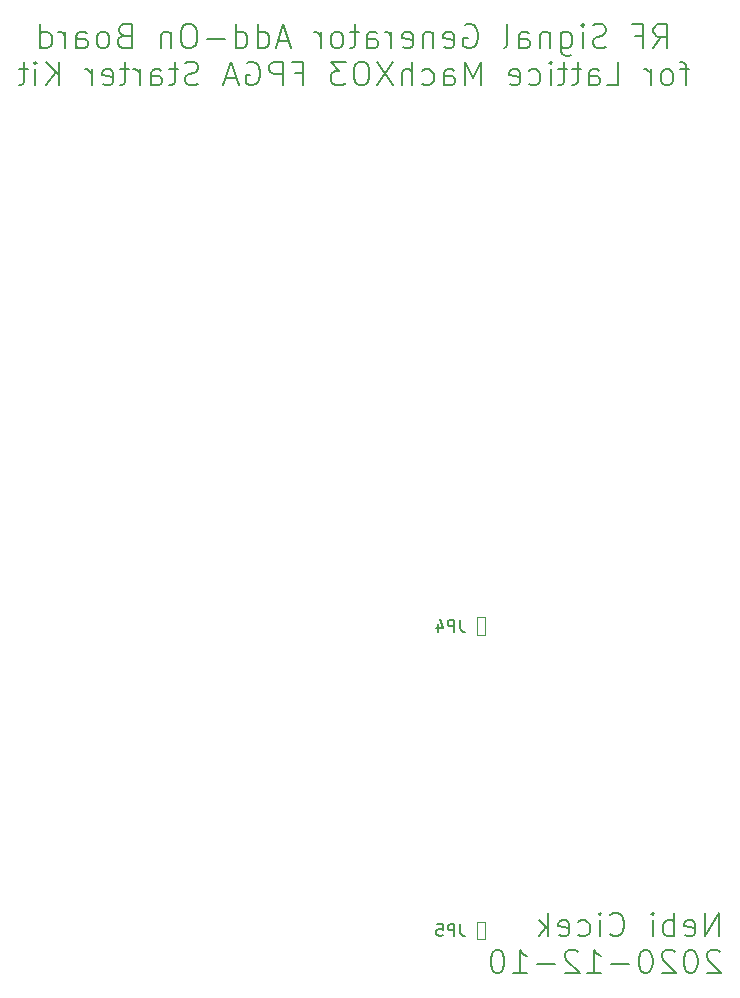
<source format=gbr>
%TF.GenerationSoftware,KiCad,Pcbnew,(5.1.8)-1*%
%TF.CreationDate,2020-12-11T02:40:48-05:00*%
%TF.ProjectId,iq_siggen,69715f73-6967-4676-956e-2e6b69636164,v01*%
%TF.SameCoordinates,Original*%
%TF.FileFunction,Legend,Bot*%
%TF.FilePolarity,Positive*%
%FSLAX46Y46*%
G04 Gerber Fmt 4.6, Leading zero omitted, Abs format (unit mm)*
G04 Created by KiCad (PCBNEW (5.1.8)-1) date 2020-12-11 02:40:48*
%MOMM*%
%LPD*%
G01*
G04 APERTURE LIST*
%ADD10C,0.150000*%
%ADD11C,0.120000*%
G04 APERTURE END LIST*
D10*
X132291309Y-145179761D02*
X132291309Y-143179761D01*
X131148452Y-145179761D01*
X131148452Y-143179761D01*
X129434166Y-145084523D02*
X129624642Y-145179761D01*
X130005595Y-145179761D01*
X130196071Y-145084523D01*
X130291309Y-144894047D01*
X130291309Y-144132142D01*
X130196071Y-143941666D01*
X130005595Y-143846428D01*
X129624642Y-143846428D01*
X129434166Y-143941666D01*
X129338928Y-144132142D01*
X129338928Y-144322619D01*
X130291309Y-144513095D01*
X128481785Y-145179761D02*
X128481785Y-143179761D01*
X128481785Y-143941666D02*
X128291309Y-143846428D01*
X127910357Y-143846428D01*
X127719880Y-143941666D01*
X127624642Y-144036904D01*
X127529404Y-144227380D01*
X127529404Y-144798809D01*
X127624642Y-144989285D01*
X127719880Y-145084523D01*
X127910357Y-145179761D01*
X128291309Y-145179761D01*
X128481785Y-145084523D01*
X126672261Y-145179761D02*
X126672261Y-143846428D01*
X126672261Y-143179761D02*
X126767500Y-143275000D01*
X126672261Y-143370238D01*
X126577023Y-143275000D01*
X126672261Y-143179761D01*
X126672261Y-143370238D01*
X123053214Y-144989285D02*
X123148452Y-145084523D01*
X123434166Y-145179761D01*
X123624642Y-145179761D01*
X123910357Y-145084523D01*
X124100833Y-144894047D01*
X124196071Y-144703571D01*
X124291309Y-144322619D01*
X124291309Y-144036904D01*
X124196071Y-143655952D01*
X124100833Y-143465476D01*
X123910357Y-143275000D01*
X123624642Y-143179761D01*
X123434166Y-143179761D01*
X123148452Y-143275000D01*
X123053214Y-143370238D01*
X122196071Y-145179761D02*
X122196071Y-143846428D01*
X122196071Y-143179761D02*
X122291309Y-143275000D01*
X122196071Y-143370238D01*
X122100833Y-143275000D01*
X122196071Y-143179761D01*
X122196071Y-143370238D01*
X120386547Y-145084523D02*
X120577023Y-145179761D01*
X120957976Y-145179761D01*
X121148452Y-145084523D01*
X121243690Y-144989285D01*
X121338928Y-144798809D01*
X121338928Y-144227380D01*
X121243690Y-144036904D01*
X121148452Y-143941666D01*
X120957976Y-143846428D01*
X120577023Y-143846428D01*
X120386547Y-143941666D01*
X118767500Y-145084523D02*
X118957976Y-145179761D01*
X119338928Y-145179761D01*
X119529404Y-145084523D01*
X119624642Y-144894047D01*
X119624642Y-144132142D01*
X119529404Y-143941666D01*
X119338928Y-143846428D01*
X118957976Y-143846428D01*
X118767500Y-143941666D01*
X118672261Y-144132142D01*
X118672261Y-144322619D01*
X119624642Y-144513095D01*
X117815119Y-145179761D02*
X117815119Y-143179761D01*
X117624642Y-144417857D02*
X117053214Y-145179761D01*
X117053214Y-143846428D02*
X117815119Y-144608333D01*
X132386547Y-146520238D02*
X132291309Y-146425000D01*
X132100833Y-146329761D01*
X131624642Y-146329761D01*
X131434166Y-146425000D01*
X131338928Y-146520238D01*
X131243690Y-146710714D01*
X131243690Y-146901190D01*
X131338928Y-147186904D01*
X132481785Y-148329761D01*
X131243690Y-148329761D01*
X130005595Y-146329761D02*
X129815119Y-146329761D01*
X129624642Y-146425000D01*
X129529404Y-146520238D01*
X129434166Y-146710714D01*
X129338928Y-147091666D01*
X129338928Y-147567857D01*
X129434166Y-147948809D01*
X129529404Y-148139285D01*
X129624642Y-148234523D01*
X129815119Y-148329761D01*
X130005595Y-148329761D01*
X130196071Y-148234523D01*
X130291309Y-148139285D01*
X130386547Y-147948809D01*
X130481785Y-147567857D01*
X130481785Y-147091666D01*
X130386547Y-146710714D01*
X130291309Y-146520238D01*
X130196071Y-146425000D01*
X130005595Y-146329761D01*
X128577023Y-146520238D02*
X128481785Y-146425000D01*
X128291309Y-146329761D01*
X127815119Y-146329761D01*
X127624642Y-146425000D01*
X127529404Y-146520238D01*
X127434166Y-146710714D01*
X127434166Y-146901190D01*
X127529404Y-147186904D01*
X128672261Y-148329761D01*
X127434166Y-148329761D01*
X126196071Y-146329761D02*
X126005595Y-146329761D01*
X125815119Y-146425000D01*
X125719880Y-146520238D01*
X125624642Y-146710714D01*
X125529404Y-147091666D01*
X125529404Y-147567857D01*
X125624642Y-147948809D01*
X125719880Y-148139285D01*
X125815119Y-148234523D01*
X126005595Y-148329761D01*
X126196071Y-148329761D01*
X126386547Y-148234523D01*
X126481785Y-148139285D01*
X126577023Y-147948809D01*
X126672261Y-147567857D01*
X126672261Y-147091666D01*
X126577023Y-146710714D01*
X126481785Y-146520238D01*
X126386547Y-146425000D01*
X126196071Y-146329761D01*
X124672261Y-147567857D02*
X123148452Y-147567857D01*
X121148452Y-148329761D02*
X122291309Y-148329761D01*
X121719880Y-148329761D02*
X121719880Y-146329761D01*
X121910357Y-146615476D01*
X122100833Y-146805952D01*
X122291309Y-146901190D01*
X120386547Y-146520238D02*
X120291309Y-146425000D01*
X120100833Y-146329761D01*
X119624642Y-146329761D01*
X119434166Y-146425000D01*
X119338928Y-146520238D01*
X119243690Y-146710714D01*
X119243690Y-146901190D01*
X119338928Y-147186904D01*
X120481785Y-148329761D01*
X119243690Y-148329761D01*
X118386547Y-147567857D02*
X116862738Y-147567857D01*
X114862738Y-148329761D02*
X116005595Y-148329761D01*
X115434166Y-148329761D02*
X115434166Y-146329761D01*
X115624642Y-146615476D01*
X115815119Y-146805952D01*
X116005595Y-146901190D01*
X113624642Y-146329761D02*
X113434166Y-146329761D01*
X113243690Y-146425000D01*
X113148452Y-146520238D01*
X113053214Y-146710714D01*
X112957976Y-147091666D01*
X112957976Y-147567857D01*
X113053214Y-147948809D01*
X113148452Y-148139285D01*
X113243690Y-148234523D01*
X113434166Y-148329761D01*
X113624642Y-148329761D01*
X113815119Y-148234523D01*
X113910357Y-148139285D01*
X114005595Y-147948809D01*
X114100833Y-147567857D01*
X114100833Y-147091666D01*
X114005595Y-146710714D01*
X113910357Y-146520238D01*
X113815119Y-146425000D01*
X113624642Y-146329761D01*
X126745952Y-69979761D02*
X127412619Y-69027380D01*
X127888809Y-69979761D02*
X127888809Y-67979761D01*
X127126904Y-67979761D01*
X126936428Y-68075000D01*
X126841190Y-68170238D01*
X126745952Y-68360714D01*
X126745952Y-68646428D01*
X126841190Y-68836904D01*
X126936428Y-68932142D01*
X127126904Y-69027380D01*
X127888809Y-69027380D01*
X125222142Y-68932142D02*
X125888809Y-68932142D01*
X125888809Y-69979761D02*
X125888809Y-67979761D01*
X124936428Y-67979761D01*
X122745952Y-69884523D02*
X122460238Y-69979761D01*
X121984047Y-69979761D01*
X121793571Y-69884523D01*
X121698333Y-69789285D01*
X121603095Y-69598809D01*
X121603095Y-69408333D01*
X121698333Y-69217857D01*
X121793571Y-69122619D01*
X121984047Y-69027380D01*
X122365000Y-68932142D01*
X122555476Y-68836904D01*
X122650714Y-68741666D01*
X122745952Y-68551190D01*
X122745952Y-68360714D01*
X122650714Y-68170238D01*
X122555476Y-68075000D01*
X122365000Y-67979761D01*
X121888809Y-67979761D01*
X121603095Y-68075000D01*
X120745952Y-69979761D02*
X120745952Y-68646428D01*
X120745952Y-67979761D02*
X120841190Y-68075000D01*
X120745952Y-68170238D01*
X120650714Y-68075000D01*
X120745952Y-67979761D01*
X120745952Y-68170238D01*
X118936428Y-68646428D02*
X118936428Y-70265476D01*
X119031666Y-70455952D01*
X119126904Y-70551190D01*
X119317380Y-70646428D01*
X119603095Y-70646428D01*
X119793571Y-70551190D01*
X118936428Y-69884523D02*
X119126904Y-69979761D01*
X119507857Y-69979761D01*
X119698333Y-69884523D01*
X119793571Y-69789285D01*
X119888809Y-69598809D01*
X119888809Y-69027380D01*
X119793571Y-68836904D01*
X119698333Y-68741666D01*
X119507857Y-68646428D01*
X119126904Y-68646428D01*
X118936428Y-68741666D01*
X117984047Y-68646428D02*
X117984047Y-69979761D01*
X117984047Y-68836904D02*
X117888809Y-68741666D01*
X117698333Y-68646428D01*
X117412619Y-68646428D01*
X117222142Y-68741666D01*
X117126904Y-68932142D01*
X117126904Y-69979761D01*
X115317380Y-69979761D02*
X115317380Y-68932142D01*
X115412619Y-68741666D01*
X115603095Y-68646428D01*
X115984047Y-68646428D01*
X116174523Y-68741666D01*
X115317380Y-69884523D02*
X115507857Y-69979761D01*
X115984047Y-69979761D01*
X116174523Y-69884523D01*
X116269761Y-69694047D01*
X116269761Y-69503571D01*
X116174523Y-69313095D01*
X115984047Y-69217857D01*
X115507857Y-69217857D01*
X115317380Y-69122619D01*
X114079285Y-69979761D02*
X114269761Y-69884523D01*
X114365000Y-69694047D01*
X114365000Y-67979761D01*
X110745952Y-68075000D02*
X110936428Y-67979761D01*
X111222142Y-67979761D01*
X111507857Y-68075000D01*
X111698333Y-68265476D01*
X111793571Y-68455952D01*
X111888809Y-68836904D01*
X111888809Y-69122619D01*
X111793571Y-69503571D01*
X111698333Y-69694047D01*
X111507857Y-69884523D01*
X111222142Y-69979761D01*
X111031666Y-69979761D01*
X110745952Y-69884523D01*
X110650714Y-69789285D01*
X110650714Y-69122619D01*
X111031666Y-69122619D01*
X109031666Y-69884523D02*
X109222142Y-69979761D01*
X109603095Y-69979761D01*
X109793571Y-69884523D01*
X109888809Y-69694047D01*
X109888809Y-68932142D01*
X109793571Y-68741666D01*
X109603095Y-68646428D01*
X109222142Y-68646428D01*
X109031666Y-68741666D01*
X108936428Y-68932142D01*
X108936428Y-69122619D01*
X109888809Y-69313095D01*
X108079285Y-68646428D02*
X108079285Y-69979761D01*
X108079285Y-68836904D02*
X107984047Y-68741666D01*
X107793571Y-68646428D01*
X107507857Y-68646428D01*
X107317380Y-68741666D01*
X107222142Y-68932142D01*
X107222142Y-69979761D01*
X105507857Y-69884523D02*
X105698333Y-69979761D01*
X106079285Y-69979761D01*
X106269761Y-69884523D01*
X106365000Y-69694047D01*
X106365000Y-68932142D01*
X106269761Y-68741666D01*
X106079285Y-68646428D01*
X105698333Y-68646428D01*
X105507857Y-68741666D01*
X105412619Y-68932142D01*
X105412619Y-69122619D01*
X106365000Y-69313095D01*
X104555476Y-69979761D02*
X104555476Y-68646428D01*
X104555476Y-69027380D02*
X104460238Y-68836904D01*
X104365000Y-68741666D01*
X104174523Y-68646428D01*
X103984047Y-68646428D01*
X102460238Y-69979761D02*
X102460238Y-68932142D01*
X102555476Y-68741666D01*
X102745952Y-68646428D01*
X103126904Y-68646428D01*
X103317380Y-68741666D01*
X102460238Y-69884523D02*
X102650714Y-69979761D01*
X103126904Y-69979761D01*
X103317380Y-69884523D01*
X103412619Y-69694047D01*
X103412619Y-69503571D01*
X103317380Y-69313095D01*
X103126904Y-69217857D01*
X102650714Y-69217857D01*
X102460238Y-69122619D01*
X101793571Y-68646428D02*
X101031666Y-68646428D01*
X101507857Y-67979761D02*
X101507857Y-69694047D01*
X101412619Y-69884523D01*
X101222142Y-69979761D01*
X101031666Y-69979761D01*
X100079285Y-69979761D02*
X100269761Y-69884523D01*
X100365000Y-69789285D01*
X100460238Y-69598809D01*
X100460238Y-69027380D01*
X100365000Y-68836904D01*
X100269761Y-68741666D01*
X100079285Y-68646428D01*
X99793571Y-68646428D01*
X99603095Y-68741666D01*
X99507857Y-68836904D01*
X99412619Y-69027380D01*
X99412619Y-69598809D01*
X99507857Y-69789285D01*
X99603095Y-69884523D01*
X99793571Y-69979761D01*
X100079285Y-69979761D01*
X98555476Y-69979761D02*
X98555476Y-68646428D01*
X98555476Y-69027380D02*
X98460238Y-68836904D01*
X98365000Y-68741666D01*
X98174523Y-68646428D01*
X97984047Y-68646428D01*
X95888809Y-69408333D02*
X94936428Y-69408333D01*
X96079285Y-69979761D02*
X95412619Y-67979761D01*
X94745952Y-69979761D01*
X93222142Y-69979761D02*
X93222142Y-67979761D01*
X93222142Y-69884523D02*
X93412619Y-69979761D01*
X93793571Y-69979761D01*
X93984047Y-69884523D01*
X94079285Y-69789285D01*
X94174523Y-69598809D01*
X94174523Y-69027380D01*
X94079285Y-68836904D01*
X93984047Y-68741666D01*
X93793571Y-68646428D01*
X93412619Y-68646428D01*
X93222142Y-68741666D01*
X91412619Y-69979761D02*
X91412619Y-67979761D01*
X91412619Y-69884523D02*
X91603095Y-69979761D01*
X91984047Y-69979761D01*
X92174523Y-69884523D01*
X92269761Y-69789285D01*
X92365000Y-69598809D01*
X92365000Y-69027380D01*
X92269761Y-68836904D01*
X92174523Y-68741666D01*
X91984047Y-68646428D01*
X91603095Y-68646428D01*
X91412619Y-68741666D01*
X90460238Y-69217857D02*
X88936428Y-69217857D01*
X87603095Y-67979761D02*
X87222142Y-67979761D01*
X87031666Y-68075000D01*
X86841190Y-68265476D01*
X86745952Y-68646428D01*
X86745952Y-69313095D01*
X86841190Y-69694047D01*
X87031666Y-69884523D01*
X87222142Y-69979761D01*
X87603095Y-69979761D01*
X87793571Y-69884523D01*
X87984047Y-69694047D01*
X88079285Y-69313095D01*
X88079285Y-68646428D01*
X87984047Y-68265476D01*
X87793571Y-68075000D01*
X87603095Y-67979761D01*
X85888809Y-68646428D02*
X85888809Y-69979761D01*
X85888809Y-68836904D02*
X85793571Y-68741666D01*
X85603095Y-68646428D01*
X85317380Y-68646428D01*
X85126904Y-68741666D01*
X85031666Y-68932142D01*
X85031666Y-69979761D01*
X81888809Y-68932142D02*
X81603095Y-69027380D01*
X81507857Y-69122619D01*
X81412619Y-69313095D01*
X81412619Y-69598809D01*
X81507857Y-69789285D01*
X81603095Y-69884523D01*
X81793571Y-69979761D01*
X82555476Y-69979761D01*
X82555476Y-67979761D01*
X81888809Y-67979761D01*
X81698333Y-68075000D01*
X81603095Y-68170238D01*
X81507857Y-68360714D01*
X81507857Y-68551190D01*
X81603095Y-68741666D01*
X81698333Y-68836904D01*
X81888809Y-68932142D01*
X82555476Y-68932142D01*
X80269761Y-69979761D02*
X80460238Y-69884523D01*
X80555476Y-69789285D01*
X80650714Y-69598809D01*
X80650714Y-69027380D01*
X80555476Y-68836904D01*
X80460238Y-68741666D01*
X80269761Y-68646428D01*
X79984047Y-68646428D01*
X79793571Y-68741666D01*
X79698333Y-68836904D01*
X79603095Y-69027380D01*
X79603095Y-69598809D01*
X79698333Y-69789285D01*
X79793571Y-69884523D01*
X79984047Y-69979761D01*
X80269761Y-69979761D01*
X77888809Y-69979761D02*
X77888809Y-68932142D01*
X77984047Y-68741666D01*
X78174523Y-68646428D01*
X78555476Y-68646428D01*
X78745952Y-68741666D01*
X77888809Y-69884523D02*
X78079285Y-69979761D01*
X78555476Y-69979761D01*
X78745952Y-69884523D01*
X78841190Y-69694047D01*
X78841190Y-69503571D01*
X78745952Y-69313095D01*
X78555476Y-69217857D01*
X78079285Y-69217857D01*
X77888809Y-69122619D01*
X76936428Y-69979761D02*
X76936428Y-68646428D01*
X76936428Y-69027380D02*
X76841190Y-68836904D01*
X76745952Y-68741666D01*
X76555476Y-68646428D01*
X76365000Y-68646428D01*
X74841190Y-69979761D02*
X74841190Y-67979761D01*
X74841190Y-69884523D02*
X75031666Y-69979761D01*
X75412619Y-69979761D01*
X75603095Y-69884523D01*
X75698333Y-69789285D01*
X75793571Y-69598809D01*
X75793571Y-69027380D01*
X75698333Y-68836904D01*
X75603095Y-68741666D01*
X75412619Y-68646428D01*
X75031666Y-68646428D01*
X74841190Y-68741666D01*
X129745952Y-71796428D02*
X128984047Y-71796428D01*
X129460238Y-73129761D02*
X129460238Y-71415476D01*
X129365000Y-71225000D01*
X129174523Y-71129761D01*
X128984047Y-71129761D01*
X128031666Y-73129761D02*
X128222142Y-73034523D01*
X128317380Y-72939285D01*
X128412619Y-72748809D01*
X128412619Y-72177380D01*
X128317380Y-71986904D01*
X128222142Y-71891666D01*
X128031666Y-71796428D01*
X127745952Y-71796428D01*
X127555476Y-71891666D01*
X127460238Y-71986904D01*
X127365000Y-72177380D01*
X127365000Y-72748809D01*
X127460238Y-72939285D01*
X127555476Y-73034523D01*
X127745952Y-73129761D01*
X128031666Y-73129761D01*
X126507857Y-73129761D02*
X126507857Y-71796428D01*
X126507857Y-72177380D02*
X126412619Y-71986904D01*
X126317380Y-71891666D01*
X126126904Y-71796428D01*
X125936428Y-71796428D01*
X122793571Y-73129761D02*
X123745952Y-73129761D01*
X123745952Y-71129761D01*
X121269761Y-73129761D02*
X121269761Y-72082142D01*
X121365000Y-71891666D01*
X121555476Y-71796428D01*
X121936428Y-71796428D01*
X122126904Y-71891666D01*
X121269761Y-73034523D02*
X121460238Y-73129761D01*
X121936428Y-73129761D01*
X122126904Y-73034523D01*
X122222142Y-72844047D01*
X122222142Y-72653571D01*
X122126904Y-72463095D01*
X121936428Y-72367857D01*
X121460238Y-72367857D01*
X121269761Y-72272619D01*
X120603095Y-71796428D02*
X119841190Y-71796428D01*
X120317380Y-71129761D02*
X120317380Y-72844047D01*
X120222142Y-73034523D01*
X120031666Y-73129761D01*
X119841190Y-73129761D01*
X119460238Y-71796428D02*
X118698333Y-71796428D01*
X119174523Y-71129761D02*
X119174523Y-72844047D01*
X119079285Y-73034523D01*
X118888809Y-73129761D01*
X118698333Y-73129761D01*
X118031666Y-73129761D02*
X118031666Y-71796428D01*
X118031666Y-71129761D02*
X118126904Y-71225000D01*
X118031666Y-71320238D01*
X117936428Y-71225000D01*
X118031666Y-71129761D01*
X118031666Y-71320238D01*
X116222142Y-73034523D02*
X116412619Y-73129761D01*
X116793571Y-73129761D01*
X116984047Y-73034523D01*
X117079285Y-72939285D01*
X117174523Y-72748809D01*
X117174523Y-72177380D01*
X117079285Y-71986904D01*
X116984047Y-71891666D01*
X116793571Y-71796428D01*
X116412619Y-71796428D01*
X116222142Y-71891666D01*
X114603095Y-73034523D02*
X114793571Y-73129761D01*
X115174523Y-73129761D01*
X115365000Y-73034523D01*
X115460238Y-72844047D01*
X115460238Y-72082142D01*
X115365000Y-71891666D01*
X115174523Y-71796428D01*
X114793571Y-71796428D01*
X114603095Y-71891666D01*
X114507857Y-72082142D01*
X114507857Y-72272619D01*
X115460238Y-72463095D01*
X112126904Y-73129761D02*
X112126904Y-71129761D01*
X111460238Y-72558333D01*
X110793571Y-71129761D01*
X110793571Y-73129761D01*
X108984047Y-73129761D02*
X108984047Y-72082142D01*
X109079285Y-71891666D01*
X109269761Y-71796428D01*
X109650714Y-71796428D01*
X109841190Y-71891666D01*
X108984047Y-73034523D02*
X109174523Y-73129761D01*
X109650714Y-73129761D01*
X109841190Y-73034523D01*
X109936428Y-72844047D01*
X109936428Y-72653571D01*
X109841190Y-72463095D01*
X109650714Y-72367857D01*
X109174523Y-72367857D01*
X108984047Y-72272619D01*
X107174523Y-73034523D02*
X107365000Y-73129761D01*
X107745952Y-73129761D01*
X107936428Y-73034523D01*
X108031666Y-72939285D01*
X108126904Y-72748809D01*
X108126904Y-72177380D01*
X108031666Y-71986904D01*
X107936428Y-71891666D01*
X107745952Y-71796428D01*
X107365000Y-71796428D01*
X107174523Y-71891666D01*
X106317380Y-73129761D02*
X106317380Y-71129761D01*
X105460238Y-73129761D02*
X105460238Y-72082142D01*
X105555476Y-71891666D01*
X105745952Y-71796428D01*
X106031666Y-71796428D01*
X106222142Y-71891666D01*
X106317380Y-71986904D01*
X104698333Y-71129761D02*
X103365000Y-73129761D01*
X103365000Y-71129761D02*
X104698333Y-73129761D01*
X102222142Y-71129761D02*
X101841190Y-71129761D01*
X101650714Y-71225000D01*
X101460238Y-71415476D01*
X101365000Y-71796428D01*
X101365000Y-72463095D01*
X101460238Y-72844047D01*
X101650714Y-73034523D01*
X101841190Y-73129761D01*
X102222142Y-73129761D01*
X102412619Y-73034523D01*
X102603095Y-72844047D01*
X102698333Y-72463095D01*
X102698333Y-71796428D01*
X102603095Y-71415476D01*
X102412619Y-71225000D01*
X102222142Y-71129761D01*
X100698333Y-71129761D02*
X99460238Y-71129761D01*
X100126904Y-71891666D01*
X99841190Y-71891666D01*
X99650714Y-71986904D01*
X99555476Y-72082142D01*
X99460238Y-72272619D01*
X99460238Y-72748809D01*
X99555476Y-72939285D01*
X99650714Y-73034523D01*
X99841190Y-73129761D01*
X100412619Y-73129761D01*
X100603095Y-73034523D01*
X100698333Y-72939285D01*
X96412619Y-72082142D02*
X97079285Y-72082142D01*
X97079285Y-73129761D02*
X97079285Y-71129761D01*
X96126904Y-71129761D01*
X95365000Y-73129761D02*
X95365000Y-71129761D01*
X94603095Y-71129761D01*
X94412619Y-71225000D01*
X94317380Y-71320238D01*
X94222142Y-71510714D01*
X94222142Y-71796428D01*
X94317380Y-71986904D01*
X94412619Y-72082142D01*
X94603095Y-72177380D01*
X95365000Y-72177380D01*
X92317380Y-71225000D02*
X92507857Y-71129761D01*
X92793571Y-71129761D01*
X93079285Y-71225000D01*
X93269761Y-71415476D01*
X93365000Y-71605952D01*
X93460238Y-71986904D01*
X93460238Y-72272619D01*
X93365000Y-72653571D01*
X93269761Y-72844047D01*
X93079285Y-73034523D01*
X92793571Y-73129761D01*
X92603095Y-73129761D01*
X92317380Y-73034523D01*
X92222142Y-72939285D01*
X92222142Y-72272619D01*
X92603095Y-72272619D01*
X91460238Y-72558333D02*
X90507857Y-72558333D01*
X91650714Y-73129761D02*
X90984047Y-71129761D01*
X90317380Y-73129761D01*
X88222142Y-73034523D02*
X87936428Y-73129761D01*
X87460238Y-73129761D01*
X87269761Y-73034523D01*
X87174523Y-72939285D01*
X87079285Y-72748809D01*
X87079285Y-72558333D01*
X87174523Y-72367857D01*
X87269761Y-72272619D01*
X87460238Y-72177380D01*
X87841190Y-72082142D01*
X88031666Y-71986904D01*
X88126904Y-71891666D01*
X88222142Y-71701190D01*
X88222142Y-71510714D01*
X88126904Y-71320238D01*
X88031666Y-71225000D01*
X87841190Y-71129761D01*
X87365000Y-71129761D01*
X87079285Y-71225000D01*
X86507857Y-71796428D02*
X85745952Y-71796428D01*
X86222142Y-71129761D02*
X86222142Y-72844047D01*
X86126904Y-73034523D01*
X85936428Y-73129761D01*
X85745952Y-73129761D01*
X84222142Y-73129761D02*
X84222142Y-72082142D01*
X84317380Y-71891666D01*
X84507857Y-71796428D01*
X84888809Y-71796428D01*
X85079285Y-71891666D01*
X84222142Y-73034523D02*
X84412619Y-73129761D01*
X84888809Y-73129761D01*
X85079285Y-73034523D01*
X85174523Y-72844047D01*
X85174523Y-72653571D01*
X85079285Y-72463095D01*
X84888809Y-72367857D01*
X84412619Y-72367857D01*
X84222142Y-72272619D01*
X83269761Y-73129761D02*
X83269761Y-71796428D01*
X83269761Y-72177380D02*
X83174523Y-71986904D01*
X83079285Y-71891666D01*
X82888809Y-71796428D01*
X82698333Y-71796428D01*
X82317380Y-71796428D02*
X81555476Y-71796428D01*
X82031666Y-71129761D02*
X82031666Y-72844047D01*
X81936428Y-73034523D01*
X81745952Y-73129761D01*
X81555476Y-73129761D01*
X80126904Y-73034523D02*
X80317380Y-73129761D01*
X80698333Y-73129761D01*
X80888809Y-73034523D01*
X80984047Y-72844047D01*
X80984047Y-72082142D01*
X80888809Y-71891666D01*
X80698333Y-71796428D01*
X80317380Y-71796428D01*
X80126904Y-71891666D01*
X80031666Y-72082142D01*
X80031666Y-72272619D01*
X80984047Y-72463095D01*
X79174523Y-73129761D02*
X79174523Y-71796428D01*
X79174523Y-72177380D02*
X79079285Y-71986904D01*
X78984047Y-71891666D01*
X78793571Y-71796428D01*
X78603095Y-71796428D01*
X76412619Y-73129761D02*
X76412619Y-71129761D01*
X75269761Y-73129761D02*
X76126904Y-71986904D01*
X75269761Y-71129761D02*
X76412619Y-72272619D01*
X74412619Y-73129761D02*
X74412619Y-71796428D01*
X74412619Y-71129761D02*
X74507857Y-71225000D01*
X74412619Y-71320238D01*
X74317380Y-71225000D01*
X74412619Y-71129761D01*
X74412619Y-71320238D01*
X73745952Y-71796428D02*
X72984047Y-71796428D01*
X73460238Y-71129761D02*
X73460238Y-72844047D01*
X73365000Y-73034523D01*
X73174523Y-73129761D01*
X72984047Y-73129761D01*
D11*
%TO.C,JP5*%
X112455600Y-143943800D02*
X111800000Y-143943800D01*
X111800000Y-143943800D02*
X111800000Y-145417000D01*
X111800000Y-145417000D02*
X112455600Y-145417000D01*
X112455600Y-145417000D02*
X112455600Y-143943800D01*
%TO.C,JP4*%
X112455600Y-118193800D02*
X111800000Y-118193800D01*
X111800000Y-118193800D02*
X111800000Y-119667000D01*
X111800000Y-119667000D02*
X112455600Y-119667000D01*
X112455600Y-119667000D02*
X112455600Y-118193800D01*
%TO.C,JP5*%
D10*
X110367933Y-144158180D02*
X110367933Y-144872466D01*
X110415552Y-145015323D01*
X110510790Y-145110561D01*
X110653647Y-145158180D01*
X110748885Y-145158180D01*
X109891742Y-145158180D02*
X109891742Y-144158180D01*
X109510790Y-144158180D01*
X109415552Y-144205800D01*
X109367933Y-144253419D01*
X109320314Y-144348657D01*
X109320314Y-144491514D01*
X109367933Y-144586752D01*
X109415552Y-144634371D01*
X109510790Y-144681990D01*
X109891742Y-144681990D01*
X108415552Y-144158180D02*
X108891742Y-144158180D01*
X108939361Y-144634371D01*
X108891742Y-144586752D01*
X108796504Y-144539133D01*
X108558409Y-144539133D01*
X108463171Y-144586752D01*
X108415552Y-144634371D01*
X108367933Y-144729609D01*
X108367933Y-144967704D01*
X108415552Y-145062942D01*
X108463171Y-145110561D01*
X108558409Y-145158180D01*
X108796504Y-145158180D01*
X108891742Y-145110561D01*
X108939361Y-145062942D01*
%TO.C,JP4*%
X110367933Y-118408180D02*
X110367933Y-119122466D01*
X110415552Y-119265323D01*
X110510790Y-119360561D01*
X110653647Y-119408180D01*
X110748885Y-119408180D01*
X109891742Y-119408180D02*
X109891742Y-118408180D01*
X109510790Y-118408180D01*
X109415552Y-118455800D01*
X109367933Y-118503419D01*
X109320314Y-118598657D01*
X109320314Y-118741514D01*
X109367933Y-118836752D01*
X109415552Y-118884371D01*
X109510790Y-118931990D01*
X109891742Y-118931990D01*
X108463171Y-118741514D02*
X108463171Y-119408180D01*
X108701266Y-118360561D02*
X108939361Y-119074847D01*
X108320314Y-119074847D01*
%TD*%
M02*

</source>
